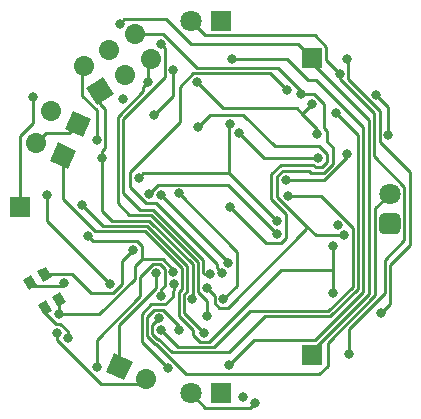
<source format=gbr>
G04 #@! TF.GenerationSoftware,KiCad,Pcbnew,(5.1.2)-2*
G04 #@! TF.CreationDate,2019-07-20T17:19:24+01:00*
G04 #@! TF.ProjectId,Kilobot v2-0,4b696c6f-626f-4742-9076-322d302e6b69,rev?*
G04 #@! TF.SameCoordinates,Original*
G04 #@! TF.FileFunction,Copper,L1,Top*
G04 #@! TF.FilePolarity,Positive*
%FSLAX46Y46*%
G04 Gerber Fmt 4.6, Leading zero omitted, Abs format (unit mm)*
G04 Created by KiCad (PCBNEW (5.1.2)-2) date 2019-07-20 17:19:24*
%MOMM*%
%LPD*%
G04 APERTURE LIST*
%ADD10R,1.700000X1.700000*%
%ADD11C,1.700000*%
%ADD12C,1.700000*%
%ADD13C,0.150000*%
%ADD14C,0.800000*%
%ADD15C,1.800000*%
%ADD16R,1.800000X1.800000*%
%ADD17C,0.250000*%
G04 APERTURE END LIST*
D10*
X84280000Y-100000000D03*
D11*
X94972022Y-114593450D03*
D12*
X94972022Y-114593450D02*
X94972022Y-114593450D01*
D11*
X92670000Y-113520000D03*
D13*
G36*
X91540413Y-113931136D02*
G01*
X92258864Y-112390413D01*
X93799587Y-113108864D01*
X93081136Y-114649587D01*
X91540413Y-113931136D01*
X91540413Y-113931136D01*
G37*
D11*
X85607978Y-94576550D03*
D12*
X85607978Y-94576550D02*
X85607978Y-94576550D01*
D11*
X87910000Y-95650000D03*
D13*
G36*
X87498864Y-94520413D02*
G01*
X89039587Y-95238864D01*
X88321136Y-96779587D01*
X86780413Y-96061136D01*
X87498864Y-94520413D01*
X87498864Y-94520413D01*
G37*
D14*
X86351218Y-105677468D03*
D13*
G36*
X85754808Y-105444455D02*
G01*
X86447628Y-105044455D01*
X86947628Y-105910481D01*
X86254808Y-106310481D01*
X85754808Y-105444455D01*
X85754808Y-105444455D01*
G37*
D14*
X87601218Y-107842532D03*
D13*
G36*
X87004808Y-107609519D02*
G01*
X87697628Y-107209519D01*
X88197628Y-108075545D01*
X87504808Y-108475545D01*
X87004808Y-107609519D01*
X87004808Y-107609519D01*
G37*
D14*
X86388782Y-108542532D03*
D13*
G36*
X85792372Y-108309519D02*
G01*
X86485192Y-107909519D01*
X86985192Y-108775545D01*
X86292372Y-109175545D01*
X85792372Y-108309519D01*
X85792372Y-108309519D01*
G37*
D14*
X85138782Y-106377468D03*
D13*
G36*
X84542372Y-106144455D02*
G01*
X85235192Y-105744455D01*
X85735192Y-106610481D01*
X85042372Y-107010481D01*
X84542372Y-106144455D01*
X84542372Y-106144455D01*
G37*
D10*
X109000000Y-87400000D03*
X109000000Y-112500000D03*
D11*
X86873178Y-91886250D03*
D12*
X86873178Y-91886250D02*
X86873178Y-91886250D01*
D11*
X89175200Y-92959700D03*
D13*
G36*
X90304787Y-92548564D02*
G01*
X89586336Y-94089287D01*
X88045613Y-93370836D01*
X88764064Y-91830113D01*
X90304787Y-92548564D01*
X90304787Y-92548564D01*
G37*
D11*
X91040000Y-90190000D03*
D13*
G36*
X92211272Y-90460410D02*
G01*
X90769590Y-91361272D01*
X89868728Y-89919590D01*
X91310410Y-89018728D01*
X92211272Y-90460410D01*
X92211272Y-90460410D01*
G37*
D11*
X89694005Y-88035958D03*
D12*
X89694005Y-88035958D02*
X89694005Y-88035958D01*
D11*
X93194042Y-88844005D03*
D12*
X93194042Y-88844005D02*
X93194042Y-88844005D01*
D11*
X91848047Y-86689963D03*
D12*
X91848047Y-86689963D02*
X91848047Y-86689963D01*
D11*
X95348084Y-87498010D03*
D12*
X95348084Y-87498010D02*
X95348084Y-87498010D01*
D11*
X94002089Y-85343968D03*
D12*
X94002089Y-85343968D02*
X94002089Y-85343968D01*
D13*
G36*
X116084108Y-100502167D02*
G01*
X116127791Y-100508647D01*
X116170628Y-100519377D01*
X116212208Y-100534254D01*
X116252129Y-100553135D01*
X116290007Y-100575839D01*
X116325477Y-100602145D01*
X116358198Y-100631802D01*
X116387855Y-100664523D01*
X116414161Y-100699993D01*
X116436865Y-100737871D01*
X116455746Y-100777792D01*
X116470623Y-100819372D01*
X116481353Y-100862209D01*
X116487833Y-100905892D01*
X116490000Y-100950000D01*
X116490000Y-101850000D01*
X116487833Y-101894108D01*
X116481353Y-101937791D01*
X116470623Y-101980628D01*
X116455746Y-102022208D01*
X116436865Y-102062129D01*
X116414161Y-102100007D01*
X116387855Y-102135477D01*
X116358198Y-102168198D01*
X116325477Y-102197855D01*
X116290007Y-102224161D01*
X116252129Y-102246865D01*
X116212208Y-102265746D01*
X116170628Y-102280623D01*
X116127791Y-102291353D01*
X116084108Y-102297833D01*
X116040000Y-102300000D01*
X115140000Y-102300000D01*
X115095892Y-102297833D01*
X115052209Y-102291353D01*
X115009372Y-102280623D01*
X114967792Y-102265746D01*
X114927871Y-102246865D01*
X114889993Y-102224161D01*
X114854523Y-102197855D01*
X114821802Y-102168198D01*
X114792145Y-102135477D01*
X114765839Y-102100007D01*
X114743135Y-102062129D01*
X114724254Y-102022208D01*
X114709377Y-101980628D01*
X114698647Y-101937791D01*
X114692167Y-101894108D01*
X114690000Y-101850000D01*
X114690000Y-100950000D01*
X114692167Y-100905892D01*
X114698647Y-100862209D01*
X114709377Y-100819372D01*
X114724254Y-100777792D01*
X114743135Y-100737871D01*
X114765839Y-100699993D01*
X114792145Y-100664523D01*
X114821802Y-100631802D01*
X114854523Y-100602145D01*
X114889993Y-100575839D01*
X114927871Y-100553135D01*
X114967792Y-100534254D01*
X115009372Y-100519377D01*
X115052209Y-100508647D01*
X115095892Y-100502167D01*
X115140000Y-100500000D01*
X116040000Y-100500000D01*
X116084108Y-100502167D01*
X116084108Y-100502167D01*
G37*
D15*
X115590000Y-101400000D03*
X115590000Y-98860000D03*
X98730000Y-84240000D03*
D16*
X101270000Y-84240000D03*
X101270000Y-115750000D03*
D15*
X98730000Y-115750000D03*
D14*
X112124000Y-112442400D03*
X104134100Y-116585700D03*
X111337400Y-88734800D03*
X87381600Y-110629200D03*
X114443300Y-90524500D03*
X115472900Y-93915400D03*
X111160000Y-101540000D03*
X90754979Y-94317500D03*
X110800000Y-103310000D03*
X110800000Y-107290000D03*
X108065800Y-90404700D03*
X90030300Y-102493400D03*
X87601200Y-109081900D03*
X111680000Y-102400000D03*
X100073508Y-106863775D03*
X97265670Y-105486630D03*
X98875355Y-107763945D03*
X91204990Y-95807900D03*
X108963500Y-91281000D03*
X99249100Y-89398600D03*
X109460000Y-93830000D03*
X90778000Y-113572600D03*
X96245900Y-107523400D03*
X111930000Y-95490000D03*
X106802000Y-97692500D03*
X106993400Y-99046200D03*
X96190800Y-110424800D03*
X106905200Y-90106100D03*
X96017400Y-109424400D03*
X111001100Y-92006300D03*
X101390000Y-105600000D03*
X111943800Y-87477200D03*
X114822000Y-108997200D03*
X99331700Y-93236800D03*
X102050300Y-99974700D03*
X97248095Y-88391925D03*
X95650323Y-92204997D03*
X92733800Y-84462600D03*
X85348400Y-90705600D03*
X109545300Y-95829800D03*
X102783700Y-93705300D03*
X93812000Y-103638700D03*
X88333100Y-111113500D03*
X88012500Y-106409900D03*
X95801600Y-105590000D03*
X102192700Y-87480500D03*
X101930000Y-113370000D03*
X96249200Y-86230100D03*
X100380000Y-105690000D03*
X100132217Y-109231133D03*
X95113841Y-89407417D03*
X92999374Y-90885474D03*
X103160000Y-116090000D03*
X106058000Y-102308000D03*
X95224500Y-98901200D03*
X99894140Y-110681145D03*
X89494990Y-99825000D03*
X97700200Y-98853100D03*
X101499986Y-107800000D03*
X91859000Y-106522400D03*
X86545000Y-98970000D03*
X96225000Y-99012900D03*
X101891317Y-104716501D03*
X97271700Y-106497600D03*
X96800000Y-113670000D03*
X106021000Y-101181700D03*
X94307100Y-97528900D03*
X102082100Y-92973500D03*
X97713100Y-110372600D03*
D17*
X112124000Y-112442400D02*
X112124000Y-110299600D01*
X112124000Y-110299600D02*
X115135300Y-107288300D01*
X115135300Y-107288300D02*
X115135300Y-104479900D01*
X115135300Y-104479900D02*
X116822800Y-102792400D01*
X116822800Y-102792400D02*
X116822800Y-98305000D01*
X116822800Y-98305000D02*
X114234700Y-95716900D01*
X114234700Y-95716900D02*
X114234700Y-92073100D01*
X114234700Y-92073100D02*
X111337400Y-89175800D01*
X111337400Y-89175800D02*
X111337400Y-88734800D01*
X98730000Y-115750000D02*
X99956900Y-116976900D01*
X99956900Y-116976900D02*
X103742900Y-116976900D01*
X103742900Y-116976900D02*
X104134100Y-116585700D01*
X98730000Y-84240000D02*
X99955300Y-85465300D01*
X99955300Y-85465300D02*
X109225400Y-85465300D01*
X109225400Y-85465300D02*
X110175400Y-86415300D01*
X110175400Y-86415300D02*
X110175400Y-87572800D01*
X110175400Y-87572800D02*
X111337400Y-88734800D01*
X114443300Y-90524500D02*
X115472900Y-91554100D01*
X115472900Y-91554100D02*
X115472900Y-93915400D01*
X87381600Y-110629200D02*
X87381600Y-111230100D01*
X87381600Y-111230100D02*
X91129300Y-114977800D01*
X91129300Y-114977800D02*
X94587700Y-114977800D01*
X94587700Y-114977800D02*
X94972000Y-114593500D01*
X89694000Y-88036000D02*
X89543300Y-88186700D01*
X90754979Y-91811479D02*
X90754979Y-94317500D01*
X89543300Y-90599800D02*
X90754979Y-91811479D01*
X89543300Y-88186700D02*
X89543300Y-90599800D01*
X110800000Y-105300000D02*
X110800000Y-103310000D01*
X110800000Y-107290000D02*
X110800000Y-105300000D01*
X94854382Y-102050022D02*
X90647008Y-102050022D01*
X90647008Y-102050022D02*
X87910000Y-99313014D01*
X98960599Y-110448635D02*
X97700343Y-109188379D01*
X98960599Y-110820608D02*
X98960599Y-110448635D01*
X97700343Y-109188379D02*
X97700343Y-107227677D01*
X97700343Y-107227677D02*
X97997100Y-106930920D01*
X100242142Y-111406147D02*
X99546138Y-111406147D01*
X97997100Y-106930920D02*
X97997100Y-105192740D01*
X87910000Y-99313014D02*
X87910000Y-95650000D01*
X97997100Y-105192740D02*
X94854382Y-102050022D01*
X99546138Y-111406147D02*
X98960599Y-110820608D01*
X106348289Y-105300000D02*
X100242142Y-111406147D01*
X110800000Y-105300000D02*
X106348289Y-105300000D01*
X108524200Y-101610900D02*
X106069500Y-99156300D01*
X106069500Y-99156300D02*
X106069500Y-97374900D01*
X106069500Y-97374900D02*
X106518200Y-96926200D01*
X106518200Y-96926200D02*
X108778400Y-96926200D01*
X108778400Y-96926200D02*
X108947300Y-97095100D01*
X108947300Y-97095100D02*
X109976700Y-97095100D01*
X109976700Y-97095100D02*
X110736900Y-96334900D01*
X110736900Y-96334900D02*
X110736900Y-94936000D01*
X110736900Y-94936000D02*
X110286600Y-94485700D01*
X110286600Y-94485700D02*
X110286600Y-93597800D01*
X110286600Y-93597800D02*
X109995200Y-93306400D01*
X109995200Y-93306400D02*
X109995200Y-91235000D01*
X109995200Y-91235000D02*
X109164900Y-90404700D01*
X109164900Y-90404700D02*
X108065800Y-90404700D01*
X111680000Y-102400000D02*
X109313200Y-102400000D01*
X109313200Y-102400000D02*
X108524200Y-101610900D01*
X108065800Y-90404700D02*
X108065800Y-90165900D01*
X108065800Y-90165900D02*
X106105800Y-88205900D01*
X106105800Y-88205900D02*
X99284600Y-88205900D01*
X99284600Y-88205900D02*
X96422700Y-85344000D01*
X96422700Y-85344000D02*
X94002100Y-85344000D01*
X87601200Y-109081900D02*
X90987100Y-109081900D01*
X90987100Y-109081900D02*
X93982700Y-106086300D01*
X93982700Y-106086300D02*
X93982700Y-104991400D01*
X93982700Y-104991400D02*
X94578300Y-104395800D01*
X87601200Y-107842500D02*
X87601200Y-109081900D01*
X101151986Y-108525002D02*
X100774986Y-108148002D01*
X100774986Y-107565253D02*
X100073508Y-106863775D01*
X108524200Y-101610900D02*
X108524200Y-101848792D01*
X101847990Y-108525002D02*
X101151986Y-108525002D01*
X100774986Y-108148002D02*
X100774986Y-107565253D01*
X108524200Y-101848792D02*
X101847990Y-108525002D01*
X94578300Y-104395800D02*
X94578300Y-103334300D01*
X94578300Y-103334300D02*
X94137399Y-102893399D01*
X90430299Y-102893399D02*
X90030300Y-102493400D01*
X94137399Y-102893399D02*
X90430299Y-102893399D01*
X96347900Y-104395800D02*
X97265670Y-105313570D01*
X94578300Y-104395800D02*
X96347900Y-104395800D01*
X97265670Y-105313570D02*
X97265670Y-105486630D01*
X91204990Y-95242215D02*
X91204990Y-95807900D01*
X91479989Y-94967216D02*
X91204990Y-95242215D01*
X91479989Y-91732290D02*
X91479989Y-94967216D01*
X91040000Y-91292301D02*
X91479989Y-91732290D01*
X91040000Y-90190000D02*
X91040000Y-91292301D01*
X98875355Y-107763945D02*
X98898495Y-107740805D01*
X98898495Y-107740805D02*
X98898495Y-104821315D01*
X91204990Y-100314990D02*
X91204990Y-95807900D01*
X92040000Y-101150000D02*
X91204990Y-100314990D01*
X95227180Y-101150000D02*
X92040000Y-101150000D01*
X98898495Y-104821315D02*
X95227180Y-101150000D01*
X108148200Y-92096300D02*
X107697900Y-91646000D01*
X107697900Y-91646000D02*
X101496500Y-91646000D01*
X101496500Y-91646000D02*
X99249100Y-89398600D01*
X108148200Y-92096300D02*
X109460000Y-93408100D01*
X109460000Y-93408100D02*
X109460000Y-93830000D01*
X108148200Y-92096300D02*
X108963500Y-91281000D01*
X96245900Y-106957715D02*
X96245900Y-107523400D01*
X96540669Y-106662946D02*
X96245900Y-106957715D01*
X96126700Y-104846100D02*
X96540669Y-105260069D01*
X96540669Y-105260069D02*
X96540669Y-106662946D01*
X95503000Y-104846100D02*
X96126700Y-104846100D01*
X94433000Y-105916100D02*
X95503000Y-104846100D01*
X94433000Y-107569800D02*
X94433000Y-105916100D01*
X90778000Y-111224800D02*
X94433000Y-107569800D01*
X90778000Y-113572600D02*
X90778000Y-111224800D01*
X106802000Y-97692500D02*
X110016200Y-97692500D01*
X110016200Y-97692500D02*
X111930000Y-95778700D01*
X111930000Y-95778700D02*
X111930000Y-95490000D01*
X112433500Y-101761600D02*
X109718100Y-99046200D01*
X109718100Y-99046200D02*
X106993400Y-99046200D01*
X112433500Y-106752900D02*
X112433500Y-101761600D01*
X110373600Y-108812800D02*
X112433500Y-106752900D01*
X103715600Y-108812800D02*
X110373600Y-108812800D01*
X100672242Y-111856158D02*
X103715600Y-108812800D01*
X97622158Y-111856158D02*
X100672242Y-111856158D01*
X96190800Y-110424800D02*
X97622158Y-111856158D01*
X96017400Y-109424400D02*
X95465400Y-109976400D01*
X95465400Y-109976400D02*
X95465400Y-110725100D01*
X95465400Y-110725100D02*
X95890400Y-111150100D01*
X95890400Y-111150100D02*
X95946600Y-111150100D01*
X95946600Y-111150100D02*
X97102669Y-112306169D01*
X97102669Y-112306169D02*
X101977531Y-112306169D01*
X112883800Y-93889000D02*
X111001100Y-92006300D01*
X112883800Y-106939500D02*
X112883800Y-93889000D01*
X110560200Y-109263100D02*
X112883800Y-106939500D01*
X105020600Y-109263100D02*
X110560200Y-109263100D01*
X101977531Y-112306169D02*
X105020600Y-109263100D01*
X95806401Y-99679991D02*
X100990001Y-104863591D01*
X98960600Y-88656200D02*
X97800009Y-89816791D01*
X97800009Y-92812591D02*
X93556300Y-97056300D01*
X97800009Y-89816791D02*
X97800009Y-92812591D01*
X100990001Y-105200001D02*
X101390000Y-105600000D01*
X100990001Y-104863591D02*
X100990001Y-105200001D01*
X105455300Y-88656200D02*
X98960600Y-88656200D01*
X93556300Y-97056300D02*
X93556300Y-98301400D01*
X106905200Y-90106100D02*
X105455300Y-88656200D01*
X93556300Y-98301400D02*
X94934891Y-99679991D01*
X94934891Y-99679991D02*
X95806401Y-99679991D01*
X114822000Y-108997200D02*
X115585600Y-108233600D01*
X115585600Y-108233600D02*
X115585600Y-104891500D01*
X115585600Y-104891500D02*
X117273100Y-103204000D01*
X117273100Y-103204000D02*
X117273100Y-97000600D01*
X117273100Y-97000600D02*
X114726700Y-94454200D01*
X114726700Y-94454200D02*
X114726700Y-91852900D01*
X114726700Y-91852900D02*
X112062800Y-89189000D01*
X112062800Y-89189000D02*
X112062800Y-87596100D01*
X112062800Y-87596100D02*
X112062700Y-87596100D01*
X112062700Y-87596100D02*
X111943800Y-87477200D01*
X102050300Y-99974700D02*
X105113900Y-103038300D01*
X105113900Y-103038300D02*
X106394000Y-103038300D01*
X106394000Y-103038300D02*
X106828600Y-102603700D01*
X106828600Y-102603700D02*
X106828600Y-100552300D01*
X106828600Y-100552300D02*
X105561000Y-99284700D01*
X105561000Y-99284700D02*
X105561000Y-97218000D01*
X105561000Y-97218000D02*
X106338500Y-96440500D01*
X106338500Y-96440500D02*
X109130200Y-96440500D01*
X109130200Y-96440500D02*
X109290500Y-96600800D01*
X109290500Y-96600800D02*
X109834100Y-96600800D01*
X109834100Y-96600800D02*
X110286600Y-96148300D01*
X110286600Y-96148300D02*
X110286600Y-95535300D01*
X110286600Y-95535300D02*
X109623800Y-94872500D01*
X109623800Y-94872500D02*
X105834900Y-94872500D01*
X105834900Y-94872500D02*
X103171200Y-92208800D01*
X103171200Y-92208800D02*
X100359700Y-92208800D01*
X100359700Y-92208800D02*
X99331700Y-93236800D01*
X97248095Y-90607225D02*
X97248095Y-88391925D01*
X95650323Y-92204997D02*
X97248095Y-90607225D01*
X109000000Y-87400000D02*
X107820600Y-86220600D01*
X107820600Y-86220600D02*
X98777900Y-86220600D01*
X98777900Y-86220600D02*
X96661300Y-84104000D01*
X96661300Y-84104000D02*
X93092400Y-84104000D01*
X93092400Y-84104000D02*
X92733800Y-84462600D01*
X109000000Y-112500000D02*
X109000000Y-112149800D01*
X109000000Y-112149800D02*
X113784400Y-107365400D01*
X113784400Y-107365400D02*
X113784400Y-92608600D01*
X113784400Y-92608600D02*
X109000000Y-87824200D01*
X109000000Y-87824200D02*
X109000000Y-87400000D01*
X85348400Y-90705600D02*
X85348400Y-92909800D01*
X85348400Y-92909800D02*
X84280000Y-93978200D01*
X84280000Y-93978200D02*
X84280000Y-100000000D01*
X109545300Y-95829800D02*
X104908200Y-95829800D01*
X104908200Y-95829800D02*
X102783700Y-93705300D01*
X86351200Y-105677500D02*
X88693400Y-105677500D01*
X88693400Y-105677500D02*
X90276000Y-107260100D01*
X90276000Y-107260100D02*
X92170700Y-107260100D01*
X92170700Y-107260100D02*
X92912000Y-106518800D01*
X92912000Y-106518800D02*
X92912000Y-104538700D01*
X92912000Y-104538700D02*
X93812000Y-103638700D01*
X88333100Y-111113500D02*
X88333100Y-110519700D01*
X88333100Y-110519700D02*
X87686400Y-109873000D01*
X87686400Y-109873000D02*
X87282600Y-109873000D01*
X87282600Y-109873000D02*
X86388800Y-108979200D01*
X86388800Y-108979200D02*
X86388800Y-108542500D01*
X88012500Y-106409900D02*
X87712800Y-106709600D01*
X87712800Y-106709600D02*
X85470900Y-106709600D01*
X85470900Y-106709600D02*
X85138800Y-106377500D01*
X92670000Y-113520000D02*
X92670000Y-109969700D01*
X92670000Y-109969700D02*
X95801600Y-106838100D01*
X95801600Y-106838100D02*
X95801600Y-105590000D01*
X101930000Y-113370000D02*
X104048400Y-111251600D01*
X104048400Y-111251600D02*
X109261300Y-111251600D01*
X109261300Y-111251600D02*
X113334100Y-107178800D01*
X113334100Y-107178800D02*
X113334100Y-93251800D01*
X113334100Y-93251800D02*
X109357100Y-89274800D01*
X109357100Y-89274800D02*
X108671900Y-89274800D01*
X108671900Y-89274800D02*
X106877600Y-87480500D01*
X106877600Y-87480500D02*
X102192700Y-87480500D01*
X99798516Y-105588516D02*
X99798515Y-104448515D01*
X99900000Y-105690000D02*
X99798516Y-105588516D01*
X100380000Y-105690000D02*
X99900000Y-105690000D01*
X95569990Y-100219990D02*
X94429990Y-100219990D01*
X99798515Y-104448515D02*
X95569990Y-100219990D01*
X94429990Y-100219990D02*
X93010000Y-98800000D01*
X96523085Y-86503985D02*
X96249200Y-86230100D01*
X96523085Y-89023492D02*
X96523085Y-86503985D01*
X93010000Y-92536577D02*
X96523085Y-89023492D01*
X93010000Y-98800000D02*
X93010000Y-92536577D01*
X100132217Y-107995488D02*
X99348506Y-107211777D01*
X99348506Y-107211777D02*
X99348506Y-104634916D01*
X95383590Y-100670000D02*
X93530000Y-100670000D01*
X93530000Y-100670000D02*
X92559989Y-99699989D01*
X92559989Y-99699989D02*
X92559989Y-92350177D01*
X92559989Y-92350177D02*
X94713842Y-90196324D01*
X94713842Y-89807416D02*
X95113841Y-89407417D01*
X95348100Y-87498000D02*
X95113841Y-87732259D01*
X95113841Y-87732259D02*
X95113841Y-89407417D01*
X100132217Y-109231133D02*
X100132217Y-107995488D01*
X99348506Y-104634916D02*
X95383590Y-100670000D01*
X94713842Y-90196324D02*
X94713842Y-89807416D01*
X106058000Y-102308000D02*
X101877800Y-98127800D01*
X101877800Y-98127800D02*
X95997900Y-98127800D01*
X95997900Y-98127800D02*
X95224500Y-98901200D01*
X99894140Y-110681145D02*
X98150354Y-108937359D01*
X98150354Y-108937359D02*
X98150354Y-107415944D01*
X98150354Y-107415944D02*
X98447400Y-107118898D01*
X98447400Y-107118898D02*
X98447400Y-105006630D01*
X98447400Y-105006630D02*
X95040781Y-101600011D01*
X91270001Y-101600011D02*
X89494990Y-99825000D01*
X95040781Y-101600011D02*
X91270001Y-101600011D01*
X97700200Y-98853100D02*
X102616318Y-103769218D01*
X102616318Y-106683668D02*
X101499986Y-107800000D01*
X102616318Y-103769218D02*
X102616318Y-106683668D01*
X91859000Y-106522400D02*
X86545000Y-101208400D01*
X86545000Y-101208400D02*
X86545000Y-98970000D01*
X101891317Y-104679217D02*
X101891317Y-104716501D01*
X96225000Y-99012900D02*
X101891317Y-104679217D01*
X94564700Y-111434700D02*
X96800000Y-113670000D01*
X94564700Y-109078900D02*
X94564700Y-111434700D01*
X97271700Y-106497600D02*
X97271700Y-107063285D01*
X97271700Y-107063285D02*
X97250332Y-107084653D01*
X95394900Y-108248700D02*
X94564700Y-109078900D01*
X97250332Y-107084653D02*
X97250332Y-107585368D01*
X96587000Y-108248700D02*
X95394900Y-108248700D01*
X97250332Y-107585368D02*
X96587000Y-108248700D01*
X101997900Y-97158600D02*
X106021000Y-101181700D01*
X102082100Y-92973500D02*
X101997900Y-93057700D01*
X101997900Y-93057700D02*
X101997900Y-97158600D01*
X101997900Y-97158600D02*
X94677400Y-97158600D01*
X94677400Y-97158600D02*
X94307100Y-97528900D01*
X115590000Y-98860000D02*
X114363000Y-100087000D01*
X114363000Y-100087000D02*
X114363000Y-107423700D01*
X114363000Y-107423700D02*
X110311300Y-111475400D01*
X110311300Y-111475400D02*
X110311300Y-113417900D01*
X110311300Y-113417900D02*
X109588500Y-114140700D01*
X109588500Y-114140700D02*
X98300300Y-114140700D01*
X98300300Y-114140700D02*
X95760000Y-111600400D01*
X95760000Y-111600400D02*
X95703800Y-111600400D01*
X95703800Y-111600400D02*
X95015000Y-110911600D01*
X95015000Y-110911600D02*
X95015000Y-109317700D01*
X95015000Y-109317700D02*
X95633700Y-108699000D01*
X95633700Y-108699000D02*
X96377000Y-108699000D01*
X96377000Y-108699000D02*
X97713100Y-110035100D01*
X97713100Y-110035100D02*
X97713100Y-110372600D01*
X86033000Y-94151600D02*
X86032900Y-94151600D01*
X86032900Y-94151600D02*
X85608000Y-94576500D01*
X86033000Y-94151600D02*
X86458000Y-93726600D01*
X88408300Y-93726600D02*
X89175200Y-92959700D01*
X86458000Y-93726600D02*
X88408300Y-93726600D01*
X85608000Y-94576600D02*
X86033000Y-94151600D01*
M02*

</source>
